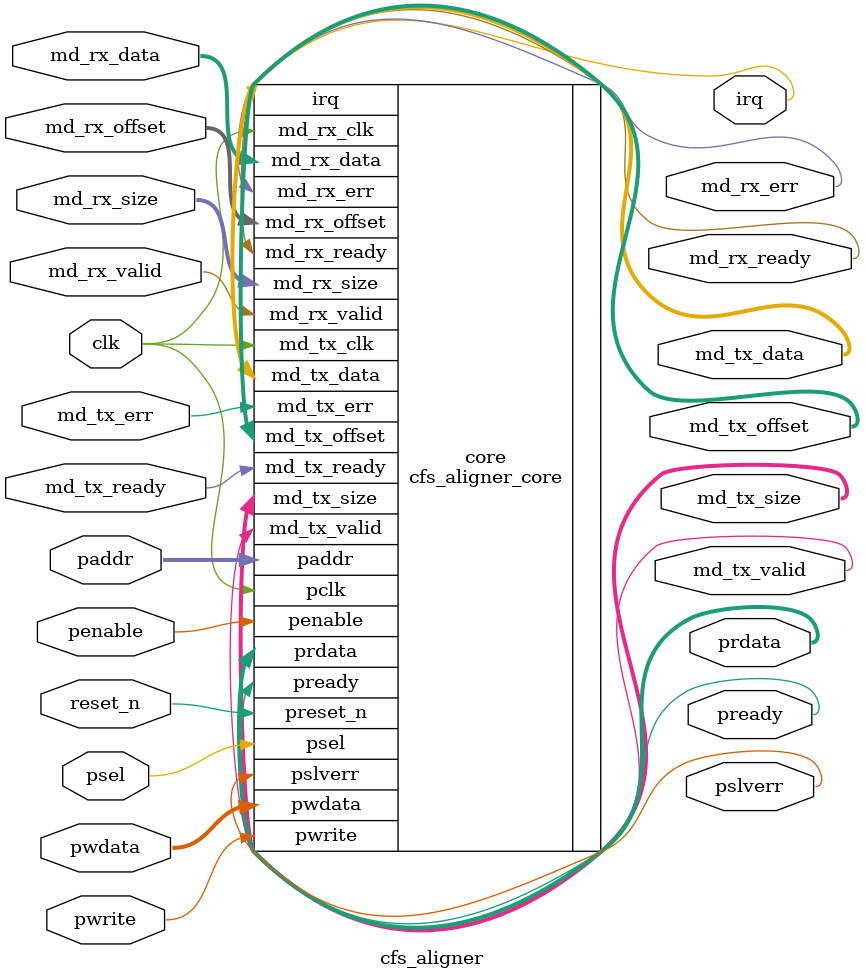
<source format=v>
`ifndef CFS_ALIGNER_V
  `define CFS_ALIGNER_V
  module cfs_aligner#(
    parameter ALGN_DATA_WIDTH = 32,
    parameter FIFO_DEPTH      = 8,

    localparam APB_ADDR_WIDTH    = 16,
    localparam APB_DATA_WIDTH    = 32,
    localparam ALGN_OFFSET_WIDTH = ALGN_DATA_WIDTH <= 8 ? 1 : $clog2(ALGN_DATA_WIDTH/8),
    localparam ALGN_SIZE_WIDTH   = $clog2(ALGN_DATA_WIDTH/8)+1
  ) (
    input wire clk,
    input wire reset_n,

    input wire[APB_ADDR_WIDTH-1:0]    paddr,
    input wire                        pwrite,
    input wire                        psel,
    input wire                        penable,
    input wire[APB_DATA_WIDTH-1:0]    pwdata,
    output wire                       pready,
    output reg[APB_DATA_WIDTH-1:0]    prdata,
    output reg                        pslverr,

    input                             md_rx_valid,
    input[ALGN_DATA_WIDTH-1:0]        md_rx_data,
    input[ALGN_OFFSET_WIDTH-1:0]      md_rx_offset,
    input[ALGN_SIZE_WIDTH-1:0]        md_rx_size,
    output reg                        md_rx_ready,
    output reg                        md_rx_err,

    output reg                        md_tx_valid,
    output reg[ALGN_DATA_WIDTH-1:0]   md_tx_data,
    output reg[ALGN_OFFSET_WIDTH-1:0] md_tx_offset,
    output reg[ALGN_SIZE_WIDTH-1:0]   md_tx_size,
    input                             md_tx_ready,
    input                             md_tx_err,

    output reg                        irq
  );

    localparam STATUS_CNT_DROP_WIDTH = 8;

    cfs_aligner_core#(
      .APB_ADDR_WIDTH( APB_ADDR_WIDTH),
      .ALGN_DATA_WIDTH(ALGN_DATA_WIDTH),
      .FIFO_DEPTH(     FIFO_DEPTH),
      .CDC_RX_TO_REG(  0),
      .CDC_REG_TO_TX(  0)) core (
      .pclk        (clk),
      .preset_n    (reset_n),

      .paddr       (paddr),
      .pwrite      (pwrite),
      .psel        (psel),
      .penable     (penable),
      .pwdata      (pwdata),
      .pready      (pready),
      .prdata      (prdata),
      .pslverr     (pslverr),

      .md_rx_clk   (clk),
      .md_rx_valid (md_rx_valid),
      .md_rx_data  (md_rx_data),
      .md_rx_offset(md_rx_offset),
      .md_rx_size  (md_rx_size),
      .md_rx_ready (md_rx_ready),
      .md_rx_err   (md_rx_err),

      .md_tx_clk   (clk),
      .md_tx_valid (md_tx_valid),
      .md_tx_data  (md_tx_data),
      .md_tx_offset(md_tx_offset),
      .md_tx_size  (md_tx_size),
      .md_tx_ready (md_tx_ready),
      .md_tx_err   (md_tx_err),

      .irq         (irq)
    );
  endmodule
`endif

</source>
